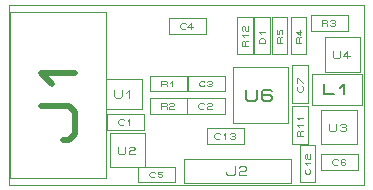
<source format=gbr>
G04 PROTEUS GERBER X2 FILE*
%TF.GenerationSoftware,Labcenter,Proteus,8.5-SP0-Build22067*%
%TF.CreationDate,2018-05-09T22:16:53+00:00*%
%TF.FileFunction,AssemblyDrawing,Top*%
%TF.FilePolarity,Positive*%
%TF.Part,Single*%
%FSLAX45Y45*%
%MOMM*%
G01*
%TA.AperFunction,Profile*%
%ADD28C,0.101600*%
%ADD66C,0.470050*%
%TA.AperFunction,Material*%
%ADD73C,0.101600*%
%ADD67C,0.100750*%
%ADD68C,0.079240*%
%ADD69C,0.156720*%
%ADD74C,0.099900*%
%ADD75C,0.138850*%
%ADD76C,0.078740*%
%ADD77C,0.082290*%
%ADD78C,0.120000*%
D28*
X-1490000Y-760000D02*
X+1510000Y-760000D01*
X+1510000Y+760000D01*
X-1490000Y+760000D01*
X-1490000Y-760000D01*
X-1485080Y-705080D02*
X-674920Y-705080D01*
X-674920Y+705080D01*
X-1485080Y+705080D01*
X-1485080Y-705080D01*
D66*
X-1032995Y-376042D02*
X-985989Y-376042D01*
X-938984Y-329037D01*
X-938984Y-141016D01*
X-985989Y-94011D01*
X-1221016Y-94011D01*
X-1127005Y+94010D02*
X-1221016Y+188021D01*
X-938984Y+188021D01*
D73*
X-671750Y-121380D02*
X-369490Y-121380D01*
X-369490Y+140040D01*
X-671750Y+140040D01*
X-671750Y-121380D01*
D67*
X-601222Y+39556D02*
X-601222Y-10821D01*
X-591147Y-20896D01*
X-550846Y-20896D01*
X-540771Y-10821D01*
X-540771Y+39556D01*
X-500470Y+19405D02*
X-480319Y+39556D01*
X-480319Y-20896D01*
D73*
X-300800Y+31420D02*
X+14160Y+31420D01*
X+14160Y+163500D01*
X-300800Y+163500D01*
X-300800Y+31420D01*
D68*
X-206718Y+73685D02*
X-206718Y+121234D01*
X-167095Y+121234D01*
X-159170Y+113309D01*
X-159170Y+105384D01*
X-167095Y+97460D01*
X-206718Y+97460D01*
X-167095Y+97460D02*
X-159170Y+89535D01*
X-159170Y+73685D01*
X-127471Y+105384D02*
X-111621Y+121234D01*
X-111621Y+73685D01*
D73*
X-300800Y-158580D02*
X+14160Y-158580D01*
X+14160Y-26500D01*
X-300800Y-26500D01*
X-300800Y-158580D01*
D68*
X-206718Y-116315D02*
X-206718Y-68766D01*
X-167095Y-68766D01*
X-159170Y-76691D01*
X-159170Y-84616D01*
X-167095Y-92540D01*
X-206718Y-92540D01*
X-167095Y-92540D02*
X-159170Y-100465D01*
X-159170Y-116315D01*
X-135396Y-76691D02*
X-127471Y-68766D01*
X-103697Y-68766D01*
X-95772Y-76691D01*
X-95772Y-84616D01*
X-103697Y-92540D01*
X-127471Y-92540D01*
X-135396Y-100465D01*
X-135396Y-116315D01*
X-95772Y-116315D01*
D73*
X+15840Y-158580D02*
X+330800Y-158580D01*
X+330800Y-26500D01*
X+15840Y-26500D01*
X+15840Y-158580D01*
D68*
X+157470Y-108390D02*
X+149545Y-116315D01*
X+125771Y-116315D01*
X+109922Y-100465D01*
X+109922Y-84616D01*
X+125771Y-68766D01*
X+149545Y-68766D01*
X+157470Y-76691D01*
X+181244Y-76691D02*
X+189169Y-68766D01*
X+212943Y-68766D01*
X+220868Y-76691D01*
X+220868Y-84616D01*
X+212943Y-92540D01*
X+189169Y-92540D01*
X+181244Y-100465D01*
X+181244Y-116315D01*
X+220868Y-116315D01*
D73*
X+19200Y+31420D02*
X+334160Y+31420D01*
X+334160Y+163500D01*
X+19200Y+163500D01*
X+19200Y+31420D01*
D68*
X+160830Y+81610D02*
X+152905Y+73685D01*
X+129131Y+73685D01*
X+113282Y+89535D01*
X+113282Y+105384D01*
X+129131Y+121234D01*
X+152905Y+121234D01*
X+160830Y+113309D01*
X+184604Y+113309D02*
X+192529Y+121234D01*
X+216303Y+121234D01*
X+224228Y+113309D01*
X+224228Y+105384D01*
X+216303Y+97460D01*
X+224228Y+89535D01*
X+224228Y+81610D01*
X+216303Y+73685D01*
X+192529Y+73685D01*
X+184604Y+81610D01*
X+200454Y+97460D02*
X+216303Y+97460D01*
D73*
X+399920Y-235080D02*
X+870080Y-235080D01*
X+870080Y+235080D01*
X+399920Y+235080D01*
X+399920Y-235080D01*
D69*
X+509624Y+47016D02*
X+509624Y-31344D01*
X+525296Y-47016D01*
X+587984Y-47016D01*
X+603656Y-31344D01*
X+603656Y+47016D01*
X+729032Y+31344D02*
X+713360Y+47016D01*
X+666344Y+47016D01*
X+650672Y+31344D01*
X+650672Y-31344D01*
X+666344Y-47016D01*
X+713360Y-47016D01*
X+729032Y-31344D01*
X+729032Y-15672D01*
X+713360Y+0D01*
X+650672Y+0D01*
D73*
X-664160Y-293500D02*
X-349200Y-293500D01*
X-349200Y-161420D01*
X-664160Y-161420D01*
X-664160Y-293500D01*
D68*
X-522530Y-243310D02*
X-530455Y-251235D01*
X-554229Y-251235D01*
X-570078Y-235385D01*
X-570078Y-219536D01*
X-554229Y-203686D01*
X-530455Y-203686D01*
X-522530Y-211611D01*
X-490831Y-219536D02*
X-474981Y-203686D01*
X-474981Y-251235D01*
D73*
X-641750Y-612570D02*
X-339490Y-612570D01*
X-339490Y-323010D01*
X-641750Y-323010D01*
X-641750Y-612570D01*
D67*
X-571222Y-437564D02*
X-571222Y-487941D01*
X-561147Y-498016D01*
X-520846Y-498016D01*
X-510771Y-487941D01*
X-510771Y-437564D01*
X-480545Y-447639D02*
X-470470Y-437564D01*
X-440244Y-437564D01*
X-430169Y-447639D01*
X-430169Y-457715D01*
X-440244Y-467790D01*
X-470470Y-467790D01*
X-480545Y-477865D01*
X-480545Y-498016D01*
X-430169Y-498016D01*
D73*
X-400800Y-738580D02*
X-85840Y-738580D01*
X-85840Y-606500D01*
X-400800Y-606500D01*
X-400800Y-738580D01*
D68*
X-259170Y-688390D02*
X-267095Y-696315D01*
X-290869Y-696315D01*
X-306718Y-680465D01*
X-306718Y-664616D01*
X-290869Y-648766D01*
X-267095Y-648766D01*
X-259170Y-656691D01*
X-195772Y-648766D02*
X-235396Y-648766D01*
X-235396Y-664616D01*
X-203697Y-664616D01*
X-195772Y-672540D01*
X-195772Y-688390D01*
X-203697Y-696315D01*
X-227471Y-696315D01*
X-235396Y-688390D01*
D73*
X+1149200Y-633500D02*
X+1464160Y-633500D01*
X+1464160Y-501420D01*
X+1149200Y-501420D01*
X+1149200Y-633500D01*
D68*
X+1290830Y-583310D02*
X+1282905Y-591235D01*
X+1259131Y-591235D01*
X+1243282Y-575385D01*
X+1243282Y-559536D01*
X+1259131Y-543686D01*
X+1282905Y-543686D01*
X+1290830Y-551611D01*
X+1354228Y-551611D02*
X+1346303Y-543686D01*
X+1322529Y-543686D01*
X+1314604Y-551611D01*
X+1314604Y-583310D01*
X+1322529Y-591235D01*
X+1346303Y-591235D01*
X+1354228Y-583310D01*
X+1354228Y-575385D01*
X+1346303Y-567460D01*
X+1314604Y-567460D01*
D73*
X+1146330Y-416050D02*
X+1448590Y-416050D01*
X+1448590Y-126490D01*
X+1146330Y-126490D01*
X+1146330Y-416050D01*
D67*
X+1216858Y-241044D02*
X+1216858Y-291421D01*
X+1226933Y-301496D01*
X+1267234Y-301496D01*
X+1277309Y-291421D01*
X+1277309Y-241044D01*
X+1307535Y-251119D02*
X+1317610Y-241044D01*
X+1347836Y-241044D01*
X+1357911Y-251119D01*
X+1357911Y-261195D01*
X+1347836Y-271270D01*
X+1357911Y-281345D01*
X+1357911Y-291421D01*
X+1347836Y-301496D01*
X+1317610Y-301496D01*
X+1307535Y-291421D01*
X+1327685Y-271270D02*
X+1347836Y-271270D01*
D73*
X+1180140Y+198700D02*
X+1479860Y+198700D01*
X+1479860Y+490800D01*
X+1180140Y+490800D01*
X+1180140Y+198700D01*
D74*
X+1250076Y+374721D02*
X+1250076Y+324768D01*
X+1260066Y+314778D01*
X+1300028Y+314778D01*
X+1310019Y+324768D01*
X+1310019Y+374721D01*
X+1389943Y+334759D02*
X+1330000Y+334759D01*
X+1369962Y+374721D01*
X+1369962Y+314778D01*
D73*
X+1074240Y-82080D02*
X+1490800Y-82080D01*
X+1490800Y+182080D01*
X+1074240Y+182080D01*
X+1074240Y-82080D01*
D75*
X+1171438Y+91656D02*
X+1171438Y+8344D01*
X+1254749Y+8344D01*
X+1310290Y+63885D02*
X+1338061Y+91656D01*
X+1338061Y+8344D01*
D73*
X+901420Y-64160D02*
X+1033500Y-64160D01*
X+1033500Y+250800D01*
X+901420Y+250800D01*
X+901420Y-64160D01*
D68*
X+983310Y+77470D02*
X+991235Y+69545D01*
X+991235Y+45771D01*
X+975385Y+29922D01*
X+959536Y+29922D01*
X+943686Y+45771D01*
X+943686Y+69545D01*
X+951611Y+77470D01*
X+943686Y+101244D02*
X+943686Y+140868D01*
X+951611Y+140868D01*
X+991235Y+101244D01*
D73*
X+1059200Y+546500D02*
X+1374160Y+546500D01*
X+1374160Y+678580D01*
X+1059200Y+678580D01*
X+1059200Y+546500D01*
D68*
X+1153282Y+588765D02*
X+1153282Y+636314D01*
X+1192905Y+636314D01*
X+1200830Y+628389D01*
X+1200830Y+620464D01*
X+1192905Y+612540D01*
X+1153282Y+612540D01*
X+1192905Y+612540D02*
X+1200830Y+604615D01*
X+1200830Y+588765D01*
X+1224604Y+628389D02*
X+1232529Y+636314D01*
X+1256303Y+636314D01*
X+1264228Y+628389D01*
X+1264228Y+620464D01*
X+1256303Y+612540D01*
X+1264228Y+604615D01*
X+1264228Y+596690D01*
X+1256303Y+588765D01*
X+1232529Y+588765D01*
X+1224604Y+596690D01*
X+1240454Y+612540D02*
X+1256303Y+612540D01*
D73*
X+891420Y+349200D02*
X+1023500Y+349200D01*
X+1023500Y+664160D01*
X+891420Y+664160D01*
X+891420Y+349200D01*
D68*
X+981235Y+443282D02*
X+933686Y+443282D01*
X+933686Y+482905D01*
X+941611Y+490830D01*
X+949536Y+490830D01*
X+957460Y+482905D01*
X+957460Y+443282D01*
X+957460Y+482905D02*
X+965385Y+490830D01*
X+981235Y+490830D01*
X+965385Y+554228D02*
X+965385Y+506680D01*
X+933686Y+538379D01*
X+981235Y+538379D01*
D73*
X+731420Y+349200D02*
X+863500Y+349200D01*
X+863500Y+664160D01*
X+731420Y+664160D01*
X+731420Y+349200D01*
D68*
X+821235Y+443282D02*
X+773686Y+443282D01*
X+773686Y+482905D01*
X+781611Y+490830D01*
X+789536Y+490830D01*
X+797460Y+482905D01*
X+797460Y+443282D01*
X+797460Y+482905D02*
X+805385Y+490830D01*
X+821235Y+490830D01*
X+773686Y+554228D02*
X+773686Y+514604D01*
X+789536Y+514604D01*
X+789536Y+546303D01*
X+797460Y+554228D01*
X+813310Y+554228D01*
X+821235Y+546303D01*
X+821235Y+522529D01*
X+813310Y+514604D01*
D73*
X+180340Y-413500D02*
X+495300Y-413500D01*
X+495300Y-281420D01*
X+180340Y-281420D01*
X+180340Y-413500D01*
D76*
X+290576Y-363208D02*
X+282702Y-371082D01*
X+259080Y-371082D01*
X+243332Y-355334D01*
X+243332Y-339586D01*
X+259080Y-323838D01*
X+282702Y-323838D01*
X+290576Y-331712D01*
X+322072Y-339586D02*
X+337820Y-323838D01*
X+337820Y-371082D01*
X+377190Y-331712D02*
X+385064Y-323838D01*
X+408686Y-323838D01*
X+416560Y-331712D01*
X+416560Y-339586D01*
X+408686Y-347460D01*
X+416560Y-355334D01*
X+416560Y-363208D01*
X+408686Y-371082D01*
X+385064Y-371082D01*
X+377190Y-363208D01*
X+392938Y-347460D02*
X+408686Y-347460D01*
D73*
X+581420Y+345840D02*
X+718580Y+345840D01*
X+718580Y+660800D01*
X+581420Y+660800D01*
X+581420Y+345840D01*
D77*
X+674689Y+437484D02*
X+625312Y+437484D01*
X+625312Y+470402D01*
X+641771Y+486861D01*
X+658230Y+486861D01*
X+674689Y+470402D01*
X+674689Y+437484D01*
X+641771Y+519779D02*
X+625312Y+536238D01*
X+674689Y+536238D01*
D73*
X+436500Y+349200D02*
X+568580Y+349200D01*
X+568580Y+664160D01*
X+436500Y+664160D01*
X+436500Y+349200D01*
D76*
X+526162Y+412192D02*
X+478918Y+412192D01*
X+478918Y+451562D01*
X+486792Y+459436D01*
X+494666Y+459436D01*
X+502540Y+451562D01*
X+502540Y+412192D01*
X+502540Y+451562D02*
X+510414Y+459436D01*
X+526162Y+459436D01*
X+494666Y+490932D02*
X+478918Y+506680D01*
X+526162Y+506680D01*
X+486792Y+546050D02*
X+478918Y+553924D01*
X+478918Y+577546D01*
X+486792Y+585420D01*
X+494666Y+585420D01*
X+502540Y+577546D01*
X+502540Y+553924D01*
X+510414Y+546050D01*
X+526162Y+546050D01*
X+526162Y+585420D01*
D73*
X-140800Y+521420D02*
X+174160Y+521420D01*
X+174160Y+653500D01*
X-140800Y+653500D01*
X-140800Y+521420D01*
D68*
X+830Y+571610D02*
X-7095Y+563685D01*
X-30869Y+563685D01*
X-46718Y+579535D01*
X-46718Y+595384D01*
X-30869Y+611234D01*
X-7095Y+611234D01*
X+830Y+603309D01*
X+64228Y+579535D02*
X+16680Y+579535D01*
X+48379Y+611234D01*
X+48379Y+563685D01*
D73*
X+966500Y-734160D02*
X+1098580Y-734160D01*
X+1098580Y-419200D01*
X+966500Y-419200D01*
X+966500Y-734160D01*
D76*
X+1048288Y-623924D02*
X+1056162Y-631798D01*
X+1056162Y-655420D01*
X+1040414Y-671168D01*
X+1024666Y-671168D01*
X+1008918Y-655420D01*
X+1008918Y-631798D01*
X+1016792Y-623924D01*
X+1024666Y-592428D02*
X+1008918Y-576680D01*
X+1056162Y-576680D01*
X+1016792Y-537310D02*
X+1008918Y-529436D01*
X+1008918Y-505814D01*
X+1016792Y-497940D01*
X+1024666Y-497940D01*
X+1032540Y-505814D01*
X+1032540Y-529436D01*
X+1040414Y-537310D01*
X+1056162Y-537310D01*
X+1056162Y-497940D01*
D73*
X+901420Y-410800D02*
X+1033500Y-410800D01*
X+1033500Y-95840D01*
X+901420Y-95840D01*
X+901420Y-410800D01*
D76*
X+991082Y-347808D02*
X+943838Y-347808D01*
X+943838Y-308438D01*
X+951712Y-300564D01*
X+959586Y-300564D01*
X+967460Y-308438D01*
X+967460Y-347808D01*
X+967460Y-308438D02*
X+975334Y-300564D01*
X+991082Y-300564D01*
X+959586Y-269068D02*
X+943838Y-253320D01*
X+991082Y-253320D01*
X+959586Y-206076D02*
X+943838Y-190328D01*
X+991082Y-190328D01*
D73*
X-15000Y-740000D02*
X+895000Y-740000D01*
X+895000Y-540000D01*
X-15000Y-540000D01*
X-15000Y-740000D01*
D78*
X+344000Y-652000D02*
X+344000Y-664000D01*
X+356000Y-676000D01*
X+404000Y-676000D01*
X+416000Y-664000D01*
X+416000Y-604000D01*
X+452000Y-616000D02*
X+464000Y-604000D01*
X+500000Y-604000D01*
X+512000Y-616000D01*
X+512000Y-628000D01*
X+500000Y-640000D01*
X+464000Y-640000D01*
X+452000Y-652000D01*
X+452000Y-676000D01*
X+512000Y-676000D01*
M02*

</source>
